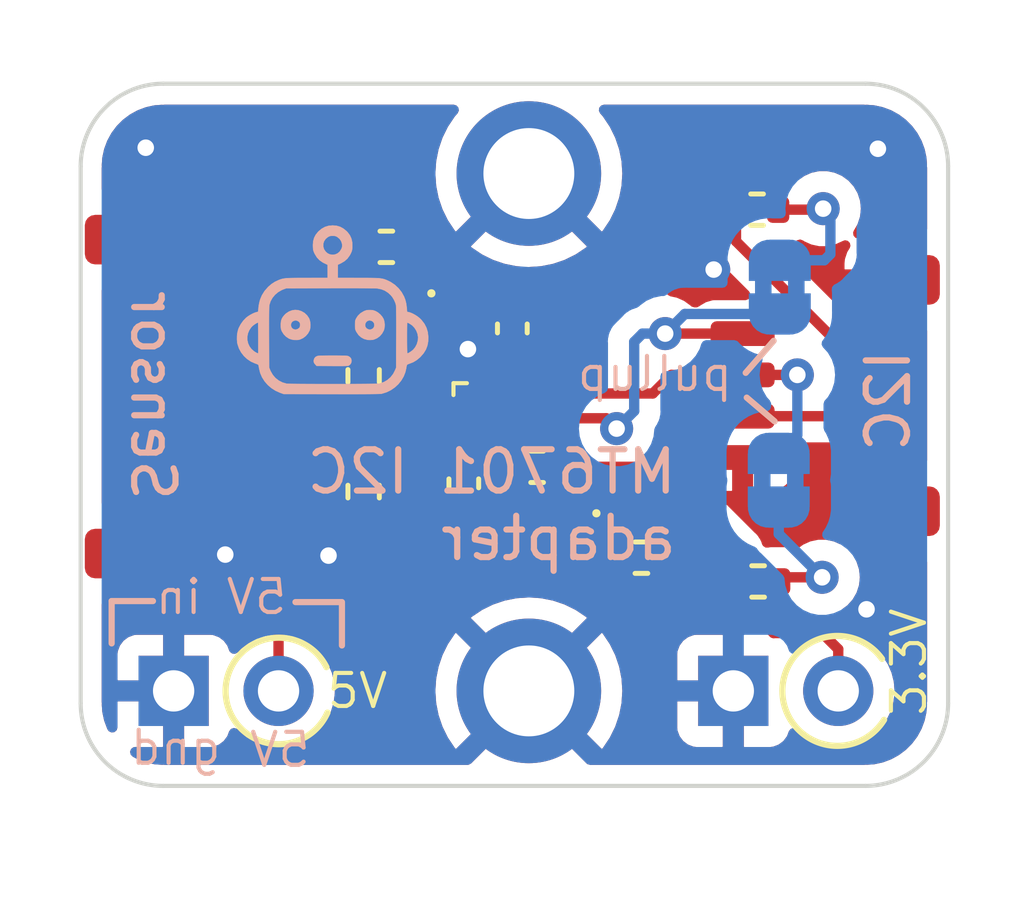
<source format=kicad_pcb>
(kicad_pcb (version 20211014) (generator pcbnew)
  (layers (0 "F.Cu" signal) (31 "B.Cu" signal) (34 "B.Paste" user) (35 "F.Paste" user) (36 "B.SilkS" user "B.Silkscreen") (37 "F.SilkS" user "F.Silkscreen") (38 "B.Mask" user) (39 "F.Mask" user) (44 "Edge.Cuts" user))
  (net 0 "")
  (net 1 "GND")
  (net 2 "VDD")
  (net 3 "VCC")
  (net 4 "Net-(D1-Pad1)")
  (net 5 "Net-(D2-Pad1)")
  (net 6 "/SDA_A")
  (net 7 "/SCL_A")
  (net 9 "/MISO")
  (net 10 "/SCK")
  (net 11 "Net-(JP1-Pad2)")
  (net 12 "Net-(JP2-Pad2)")
  (net 13 "Net-(R4-Pad2)")
  (footprint "Resistor_SMD:R_0402_1005Metric" (layer "F.Cu") (at 75.95 40.625 -90)
    (fp_text reference "R6")
    (fp_text value "2k2")
    (fp_line (start -0.153641 0.38) (end 0.153641 0.38) (layer "F.SilkS") (width 0.12))
    (fp_line (start -0.153641 -0.38) (end 0.153641 -0.38) (layer "F.SilkS") (width 0.12))
    (pad "1" smd roundrect locked (at -0.51 0 270) (size 0.54 0.64) (layers "F.Cu" "F.Paste" "F.Mask") (net 3 "VCC"))
    (pad "2" smd roundrect locked (at 0.51 0 270) (size 0.54 0.64) (layers "F.Cu" "F.Paste" "F.Mask") (net 9 "/MISO"))
  )
  (footprint "Capacitor_SMD:C_0402_1005Metric" (layer "F.Cu") (at 78.375 43.225 90)
    (fp_text reference "C2")
    (fp_text value "100nF 10V")
    (fp_line (start -0.107836 0.36) (end 0.107836 0.36) (layer "F.SilkS") (width 0.12))
    (fp_line (start -0.107836 -0.36) (end 0.107836 -0.36) (layer "F.SilkS") (width 0.12))
    (pad "1" smd roundrect locked (at -0.48 0 90) (size 0.56 0.62) (layers "F.Cu" "F.Paste" "F.Mask") (net 1 "GND"))
    (pad "2" smd roundrect locked (at 0.48 0 90) (size 0.56 0.62) (layers "F.Cu" "F.Paste" "F.Mask") (net 3 "VCC"))
  )
  (footprint "Connector_PinHeader_2.54mm:PinHeader_1x02_P2.54mm_Vertical" (layer "F.Cu") (at 84.9 48.25 90)
    (fp_text reference "J1")
    (fp_text value "3.3V in")
    (pad "1" thru_hole rect (at 0 0 90) (size 1.7 1.7) (drill 1) (layers *.Cu *.Mask) (net 1 "GND"))
    (pad "2" thru_hole oval (at 0 2.54 90) (size 1.7 1.7) (drill 1) (layers *.Cu *.Mask) (net 2 "VDD"))
  )
  (footprint "runger:SOT833-1 (XSON8)" (layer "F.Cu") (at 79.1 41.35)
    (fp_text reference "U1")
    (fp_text value "NXB0102GTX")
    (fp_rect (start -0.975 -0.55) (end -0.65 -0.55) (layer "F.SilkS") (width 0.1) (fill none))
    (fp_rect (start -0.975 -0.2625) (end -0.975 -0.55) (layer "F.SilkS") (width 0.1) (fill none))
    (pad "1" smd rect (at -0.75 -0.3) (size 0.21 0.31) (layers "F.Cu" "F.Paste" "F.Mask") (net 9 "/MISO"))
    (pad "2" smd rect (at -0.25 -0.3) (size 0.21 0.31) (layers "F.Cu" "F.Paste" "F.Mask") (net 1 "GND"))
    (pad "3" smd rect (at 0.25 -0.3) (size 0.21 0.31) (layers "F.Cu" "F.Paste" "F.Mask") (net 2 "VDD"))
    (pad "4" smd rect (at 0.75 -0.3) (size 0.21 0.31) (layers "F.Cu" "F.Paste" "F.Mask") (net 6 "/SDA_A"))
    (pad "5" smd rect (at 0.75 0.3) (size 0.21 0.31) (layers "F.Cu" "F.Paste" "F.Mask") (net 7 "/SCL_A"))
    (pad "6" smd rect (at 0.25 0.3) (size 0.21 0.31) (layers "F.Cu" "F.Paste" "F.Mask") (net 13 "Net-(R4-Pad2)"))
    (pad "7" smd rect (at -0.25 0.3) (size 0.21 0.31) (layers "F.Cu" "F.Paste" "F.Mask") (net 3 "VCC"))
    (pad "8" smd rect (at -0.75 0.3) (size 0.21 0.31) (layers "F.Cu" "F.Paste" "F.Mask") (net 10 "/SCK"))
  )
  (footprint "Connector_JST:JST_SH_SM04B-SRSS-TB_1x04-1MP_P1.00mm_Horizontal" (layer "F.Cu") (at 87.125 41.1 90)
    (fp_text reference "J2")
    (fp_text value "JST_SH_SM04B")
    (pad "1" smd roundrect (at -1.5 -2 90) (size 0.6 1.55) (layers "F.Cu" "F.Paste" "F.Mask") (net 1 "GND"))
    (pad "2" smd roundrect (at -0.5 -2 90) (size 0.6 1.55) (layers "F.Cu" "F.Paste" "F.Mask") (net 2 "VDD"))
    (pad "3" smd roundrect (at 0.5 -2 90) (size 0.6 1.55) (layers "F.Cu" "F.Paste" "F.Mask") (net 6 "/SDA_A"))
    (pad "4" smd roundrect (at 1.5 -2 90) (size 0.6 1.55) (layers "F.Cu" "F.Paste" "F.Mask") (net 7 "/SCL_A"))
    (pad "MP" smd roundrect (at 2.8 1.875 90) (size 1.2 1.8) (layers "F.Cu" "F.Paste" "F.Mask") (roundrect_rratio 0.2083333333) (net 1 "GND"))
    (pad "MP" smd roundrect (at -2.8 1.875 90) (size 1.2 1.8) (layers "F.Cu" "F.Paste" "F.Mask") (roundrect_rratio 0.2083333333) (net 1 "GND"))
  )
  (footprint "Resistor_SMD:R_0402_1005Metric" (layer "F.Cu") (at 75.95 43.425 90)
    (fp_text reference "R7")
    (fp_text value "2k2")
    (fp_line (start -0.153641 -0.38) (end 0.153641 -0.38) (layer "F.SilkS") (width 0.12))
    (fp_line (start -0.153641 0.38) (end 0.153641 0.38) (layer "F.SilkS") (width 0.12))
    (pad "1" smd roundrect locked (at -0.51 0 90) (size 0.54 0.64) (layers "F.Cu" "F.Paste" "F.Mask") (net 3 "VCC"))
    (pad "2" smd roundrect locked (at 0.51 0 90) (size 0.54 0.64) (layers "F.Cu" "F.Paste" "F.Mask") (net 10 "/SCK"))
  )
  (footprint "Connector_JST:JST_SH_SM06B-SRSS-TB_1x06-1MP_P1.00mm_Horizontal" (layer "F.Cu") (at 71.975 41.125 -90)
    (fp_text reference "J4")
    (fp_text value "Conn_01x06_MountingPin")
    (pad "1" smd roundrect (at -2.5 -2 270) (size 0.6 1.55) (layers "F.Cu" "F.Paste" "F.Mask") (net 1 "GND"))
    (pad "2" smd roundrect (at -1.5 -2 270) (size 0.6 1.55) (layers "F.Cu" "F.Paste" "F.Mask") (net 3 "VCC"))
    (pad "3" smd roundrect (at -0.5 -2 270) (size 0.6 1.55) (layers "F.Cu" "F.Paste" "F.Mask"))
    (pad "4" smd roundrect (at 0.5 -2 270) (size 0.6 1.55) (layers "F.Cu" "F.Paste" "F.Mask") (net 9 "/MISO"))
    (pad "5" smd roundrect (at 1.5 -2 270) (size 0.6 1.55) (layers "F.Cu" "F.Paste" "F.Mask") (net 10 "/SCK"))
    (pad "6" smd roundrect (at 2.5 -2 270) (size 0.6 1.55) (layers "F.Cu" "F.Paste" "F.Mask") (net 3 "VCC"))
    (pad "MP" smd roundrect (at 3.8 1.875 270) (size 1.2 1.8) (layers "F.Cu" "F.Paste" "F.Mask") (roundrect_rratio 0.2083333333) (net 1 "GND"))
    (pad "MP" smd roundrect (at -3.8 1.875 270) (size 1.2 1.8) (layers "F.Cu" "F.Paste" "F.Mask") (roundrect_rratio 0.2083333333) (net 1 "GND"))
  )
  (footprint "LED_SMD:LED_0402_1005Metric" (layer "F.Cu") (at 82.675 43.95)
    (fp_text reference "D1")
    (fp_text value "green")
    (fp_circle (center -1.09 0) (end -1.04 0) (layer "F.SilkS") (width 0.1) (fill none))
    (pad "1" smd roundrect locked (at -0.485 0) (size 0.59 0.64) (layers "F.Cu" "F.Paste" "F.Mask") (net 4 "Net-(D1-Pad1)"))
    (pad "2" smd roundrect locked (at 0.485 0) (size 0.59 0.64) (layers "F.Cu" "F.Paste" "F.Mask") (net 2 "VDD"))
  )
  (footprint "Resistor_SMD:R_0402_1005Metric" (layer "F.Cu") (at 85.5 45.6)
    (fp_text reference "R2")
    (fp_text value "2k2")
    (fp_line (start -0.153641 0.38) (end 0.153641 0.38) (layer "F.SilkS") (width 0.12))
    (fp_line (start -0.153641 -0.38) (end 0.153641 -0.38) (layer "F.SilkS") (width 0.12))
    (pad "1" smd roundrect locked (at -0.51 0) (size 0.54 0.64) (layers "F.Cu" "F.Paste" "F.Mask") (net 2 "VDD"))
    (pad "2" smd roundrect locked (at 0.51 0) (size 0.54 0.64) (layers "F.Cu" "F.Paste" "F.Mask") (net 12 "Net-(JP2-Pad2)"))
  )
  (footprint "Resistor_SMD:R_0402_1005Metric" (layer "F.Cu") (at 76.5 37.5 180)
    (fp_text reference "R5")
    (fp_text value "2k2")
    (fp_line (start -0.153641 0.38) (end 0.153641 0.38) (layer "F.SilkS") (width 0.12))
    (fp_line (start -0.153641 -0.38) (end 0.153641 -0.38) (layer "F.SilkS") (width 0.12))
    (pad "1" smd roundrect locked (at -0.51 0 180) (size 0.54 0.64) (layers "F.Cu" "F.Paste" "F.Mask") (net 5 "Net-(D2-Pad1)"))
    (pad "2" smd roundrect locked (at 0.51 0 180) (size 0.54 0.64) (layers "F.Cu" "F.Paste" "F.Mask") (net 1 "GND"))
  )
  (footprint "Resistor_SMD:R_0402_1005Metric" (layer "F.Cu") (at 80.15 42.825 180)
    (fp_text reference "R4")
    (fp_text value "4k7")
    (fp_line (start -0.153641 -0.38) (end 0.153641 -0.38) (layer "F.SilkS") (width 0.12))
    (fp_line (start -0.153641 0.38) (end 0.153641 0.38) (layer "F.SilkS") (width 0.12))
    (pad "1" smd roundrect locked (at -0.51 0 180) (size 0.54 0.64) (layers "F.Cu" "F.Paste" "F.Mask") (net 2 "VDD"))
    (pad "2" smd roundrect locked (at 0.51 0 180) (size 0.54 0.64) (layers "F.Cu" "F.Paste" "F.Mask") (net 13 "Net-(R4-Pad2)"))
  )
  (footprint "MountingHole:MountingHole_2.2mm_M2_ISO7380_Pad" (layer "F.Cu") (at 79.95 48.25)
    (fp_text reference "H1")
    (fp_text value "MountingHole_Pad")
    (pad "1" thru_hole circle locked (at 0 0) (size 3.5 3.5) (drill 2.2) (layers *.Cu *.Mask) (net 1 "GND"))
  )
  (footprint "Connector_PinHeader_2.54mm:PinHeader_1x02_P2.54mm_Vertical" (layer "F.Cu") (at 71.35 48.25 90)
    (fp_text reference "J3")
    (fp_text value "5V in")
    (pad "1" thru_hole rect (at 0 0 90) (size 1.7 1.7) (drill 1) (layers *.Cu *.Mask) (net 1 "GND"))
    (pad "2" thru_hole oval (at 0 2.54 90) (size 1.7 1.7) (drill 1) (layers *.Cu *.Mask) (net 3 "VCC"))
  )
  (footprint "Resistor_SMD:R_0402_1005Metric" (layer "F.Cu") (at 85.475 36.6)
    (fp_text reference "R1")
    (fp_text value "2k2")
    (fp_line (start -0.153641 0.38) (end 0.153641 0.38) (layer "F.SilkS") (width 0.12))
    (fp_line (start -0.153641 -0.38) (end 0.153641 -0.38) (layer "F.SilkS") (width 0.12))
    (pad "1" smd roundrect locked (at -0.51 0) (size 0.54 0.64) (layers "F.Cu" "F.Paste" "F.Mask") (net 2 "VDD"))
    (pad "2" smd roundrect locked (at 0.51 0) (size 0.54 0.64) (layers "F.Cu" "F.Paste" "F.Mask") (net 11 "Net-(JP1-Pad2)"))
  )
  (footprint "Capacitor_SMD:C_0402_1005Metric" (layer "F.Cu") (at 79.55 39.475 -90)
    (fp_text reference "C1")
    (fp_text value "100nF 10V")
    (fp_line (start -0.107836 -0.36) (end 0.107836 -0.36) (layer "F.SilkS") (width 0.12))
    (fp_line (start -0.107836 0.36) (end 0.107836 0.36) (layer "F.SilkS") (width 0.12))
    (pad "1" smd roundrect locked (at -0.48 0 270) (size 0.56 0.62) (layers "F.Cu" "F.Paste" "F.Mask") (net 1 "GND"))
    (pad "2" smd roundrect locked (at 0.48 0 270) (size 0.56 0.62) (layers "F.Cu" "F.Paste" "F.Mask") (net 2 "VDD"))
  )
  (footprint "MountingHole:MountingHole_2.2mm_M2_ISO7380_Pad" (layer "F.Cu") (at 79.95 35.725)
    (fp_text reference "H2")
    (fp_text value "MountingHole_Pad")
    (pad "1" thru_hole circle locked (at 0 0) (size 3.5 3.5) (drill 2.2) (layers *.Cu *.Mask) (net 1 "GND"))
  )
  (footprint "Resistor_SMD:R_0402_1005Metric" (layer "F.Cu") (at 82.675 45.025)
    (fp_text reference "R3")
    (fp_text value "2k2")
    (fp_line (start -0.153641 -0.38) (end 0.153641 -0.38) (layer "F.SilkS") (width 0.12))
    (fp_line (start -0.153641 0.38) (end 0.153641 0.38) (layer "F.SilkS") (width 0.12))
    (pad "1" smd roundrect locked (at -0.51 0) (size 0.54 0.64) (layers "F.Cu" "F.Paste" "F.Mask") (net 4 "Net-(D1-Pad1)"))
    (pad "2" smd roundrect locked (at 0.51 0) (size 0.54 0.64) (layers "F.Cu" "F.Paste" "F.Mask") (net 1 "GND"))
  )
  (footprint "LED_SMD:LED_0402_1005Metric" (layer "F.Cu") (at 76.5 38.625 180)
    (fp_text reference "D2")
    (fp_text value "green")
    (fp_circle (center -1.09 0) (end -1.04 0) (layer "F.SilkS") (width 0.1) (fill none))
    (pad "1" smd roundrect locked (at -0.485 0 180) (size 0.59 0.64) (layers "F.Cu" "F.Paste" "F.Mask") (net 5 "Net-(D2-Pad1)"))
    (pad "2" smd roundrect locked (at 0.485 0 180) (size 0.59 0.64) (layers "F.Cu" "F.Paste" "F.Mask") (net 3 "VCC"))
  )
  (footprint "Jumper:SolderJumper-2_P1.3mm_Bridged2Bar_RoundedPad1.0x1.5mm" (layer "B.Cu") (at 86.025 38.475 90)
    (fp_text reference "JP1")
    (fp_text value "JP")
    (fp_poly (pts (xy -0.25 0.6) (xy 0.25 0.6) (xy 0.25 0.2) (xy -0.25 0.2)) (layer "B.Cu") (width 0) (fill solid))
    (fp_poly (pts (xy -0.25 -0.2) (xy 0.25 -0.2) (xy 0.25 -0.6) (xy -0.25 -0.6)) (layer "B.Cu") (width 0) (fill solid))
    (pad "1" smd custom (at -0.65 0 90) (size 1 0.5) (layers "B.Cu" "B.Mask") (net 7 "/SCL_A") (options (clearance outline) (anchor rect)) (primitives (gr_circle (center 0 -0.25) (end 0.5 -0.25) (width 0) (fill yes)) (gr_circle (center 0 0.25) (end 0.5 0.25) (width 0) (fill yes)) (gr_poly (pts (xy 0.5 0.75) (xy 0 0.75) (xy 0 -0.75) (xy 0.5 -0.75)) (width 0) (fill yes))))
    (pad "2" smd custom (at 0.65 0 90) (size 1 0.5) (layers "B.Cu" "B.Mask") (net 11 "Net-(JP1-Pad2)") (options (clearance outline) (anchor rect)) (primitives (gr_circle (center 0 -0.25) (end 0.5 -0.25) (width 0) (fill yes)) (gr_circle (center 0 0.25) (end 0.5 0.25) (width 0) (fill yes)) (gr_poly (pts (xy 0 0.75) (xy -0.5 0.75) (xy -0.5 -0.75) (xy 0 -0.75)) (width 0) (fill yes))))
  )
  (footprint "Jumper:SolderJumper-2_P1.3mm_Bridged2Bar_RoundedPad1.0x1.5mm" (layer "B.Cu") (at 86 43.15 -90)
    (fp_text reference "JP2")
    (fp_text value "JP")
    (fp_poly (pts (xy -0.25 0.6) (xy 0.25 0.6) (xy 0.25 0.2) (xy -0.25 0.2)) (layer "B.Cu") (width 0) (fill solid))
    (fp_poly (pts (xy -0.25 -0.2) (xy 0.25 -0.2) (xy 0.25 -0.6) (xy -0.25 -0.6)) (layer "B.Cu") (width 0) (fill solid))
    (pad "1" smd custom (at -0.65 0 270) (size 1 0.5) (layers "B.Cu" "B.Mask") (net 6 "/SDA_A") (options (clearance outline) (anchor rect)) (primitives (gr_circle (center 0 -0.25) (end 0.5 -0.25) (width 0) (fill yes)) (gr_circle (center 0 0.25) (end 0.5 0.25) (width 0) (fill yes)) (gr_poly (pts (xy 0.5 0.75) (xy 0 0.75) (xy 0 -0.75) (xy 0.5 -0.75)) (width 0) (fill yes))))
    (pad "2" smd custom (at 0.65 0 270) (size 1 0.5) (layers "B.Cu" "B.Mask") (net 12 "Net-(JP2-Pad2)") (options (clearance outline) (anchor rect)) (primitives (gr_circle (center 0 -0.25) (end 0.5 -0.25) (width 0) (fill yes)) (gr_circle (center 0 0.25) (end 0.5 0.25) (width 0) (fill yes)) (gr_poly (pts (xy 0 0.75) (xy -0.5 0.75) (xy -0.5 -0.75) (xy 0 -0.75)) (width 0) (fill yes))))
  )
  (footprint "runger:Robo_logo2" (layer "B.Cu") (at 75.2 39.025 180)
    (fp_text reference "L1" hide)
    (fp_text value "Robo_Logo" hide)
    (fp_poly (pts (xy 0.109648 -1.108074) (xy 0.181977 -1.108995) (xy 0.246828 -1.110394) (xy 0.301111 -1.112273) (xy 0.34174 -1.11463) (xy 0.365625 -1.117466) (xy 0.367646 -1.117953) (xy 0.411414 -1.139753) (xy 0.441917 -1.175255) (xy 0.456393 -1.220837) (xy 0.4572 -1.235368) (xy 0.454299 -1.267576) (xy 0.442839 -1.293313) (xy 0.42243 -1.318409) (xy 0.38766 -1.35636) (xy 0.01349 -1.358862) (xy -0.086109 -1.359423) (xy -0.167411 -1.359599) (xy -0.232438 -1.359326) (xy -0.283212 -1.35854) (xy -0.321753 -1.357174) (xy -0.350083 -1.355164) (xy -0.370224 -1.352446) (xy -0.384195 -1.348955) (xy -0.391682 -1.34587) (xy -0.427256 -1.31781) (xy -0.449564 -1.279059) (xy -0.457458 -1.23505) (xy -0.449786 -1.191222) (xy -0.431147 -1.159316) (xy -0.403631 -1.135638) (xy -0.3711 -1.119007) (xy -0.367647 -1.117953) (xy -0.34666 -1.115042) (xy -0.308447 -1.11261) (xy -0.256096 -1.110656) (xy -0.192694 -1.109182) (xy -0.121331 -1.108186) (xy -0.045094 -1.10767) (xy 0.032928 -1.107633) (xy 0.109648 -1.108074)) (layer "B.SilkS") (width 0.01) (fill solid))
    (fp_poly (pts (xy 0.986438 -0.014923) (xy 1.060362 -0.044017) (xy 1.127592 -0.088719) (xy 1.161498 -0.120766) (xy 1.203048 -0.170304) (xy 1.230682 -0.217184) (xy 1.246804 -0.267721) (xy 1.253812 -0.328229) (xy 1.254653 -0.36576) (xy 1.253911 -0.414946) (xy 1.250751 -0.450757) (xy 1.243964 -0.480101) (xy 1.232341 -0.509888) (xy 1.22763 -0.520156) (xy 1.185181 -0.58825) (xy 1.127574 -0.647261) (xy 1.059504 -0.692457) (xy 1.054096 -0.695163) (xy 0.994477 -0.716172) (xy 0.926104 -0.727373) (xy 0.857164 -0.728111) (xy 0.795845 -0.717726) (xy 0.79116 -0.716282) (xy 0.717714 -0.682449) (xy 0.651949 -0.632363) (xy 0.597684 -0.569722) (xy 0.558734 -0.498223) (xy 0.55447 -0.487022) (xy 0.541188 -0.427663) (xy 0.538719 -0.364108) (xy 0.7874 -0.364108) (xy 0.790132 -0.400703) (xy 0.800213 -0.426279) (xy 0.81224 -0.441364) (xy 0.849739 -0.468228) (xy 0.893251 -0.479195) (xy 0.93707 -0.473905) (xy 0.975492 -0.451998) (xy 0.975831 -0.451693) (xy 1.001822 -0.416117) (xy 1.012073 -0.374572) (xy 1.007006 -0.33252) (xy 0.987043 -0.295425) (xy 0.962106 -0.273872) (xy 0.915745 -0.255793) (xy 0.870018 -0.257052) (xy 0.828082 -0.277431) (xy 0.82058 -0.283646) (xy 0.800035 -0.304795) (xy 0.79026 -0.325783) (xy 0.787457 -0.355817) (xy 0.7874 -0.364108) (xy 0.538719 -0.364108) (xy 0.53853 -0.359264) (xy 0.545973 -0.289777) (xy 0.562998 -0.227152) (xy 0.572955 -0.204665) (xy 0.620513 -0.133516) (xy 0.682451 -0.076017) (xy 0.756986 -0.033504) (xy 0.834304 -0.008956) (xy 0.90977 -0.002786) (xy 0.986438 -0.014923)) (layer "B.SilkS") (width 0.01) (fill solid))
    (fp_poly (pts (xy -0.852964 -0.006741) (xy -0.817725 -0.011646) (xy -0.784163 -0.022321) (xy -0.750304 -0.037274) (xy -0.673759 -0.083754) (xy -0.612127 -0.14399) (xy -0.571847 -0.205393) (xy -0.558897 -0.231799) (xy -0.55062 -0.255572) (xy -0.54599 -0.282534) (xy -0.54398 -0.318509) (xy -0.54356 -0.36576) (xy -0.54392 -0.414476) (xy -0.545819 -0.448904) (xy -0.550486 -0.475073) (xy -0.559149 -0.499011) (xy -0.573038 -0.526749) (xy -0.578408 -0.536712) (xy -0.627833 -0.608228) (xy -0.689348 -0.664085) (xy -0.761289 -0.703224) (xy -0.841998 -0.724585) (xy -0.878285 -0.728009) (xy -0.922977 -0.727777) (xy -0.96726 -0.723815) (xy -0.996902 -0.718102) (xy -1.071873 -0.6867) (xy -1.138466 -0.638469) (xy -1.193765 -0.576147) (xy -1.234861 -0.502475) (xy -1.240146 -0.489229) (xy -1.254921 -0.428174) (xy -1.257529 -0.379922) (xy -1.011775 -0.379922) (xy -1.000461 -0.419396) (xy -0.976344 -0.450614) (xy -0.942976 -0.471496) (xy -0.903905 -0.479966) (xy -0.862681 -0.473947) (xy -0.822855 -0.45136) (xy -0.816409 -0.445657) (xy -0.792327 -0.410916) (xy -0.784475 -0.37133) (xy -0.79105 -0.331419) (xy -0.810248 -0.295701) (xy -0.840265 -0.268694) (xy -0.879298 -0.254916) (xy -0.892911 -0.254037) (xy -0.940383 -0.262888) (xy -0.978565 -0.287515) (xy -1.003588 -0.325192) (xy -1.006738 -0.334267) (xy -1.011775 -0.379922) (xy -1.257529 -0.379922) (xy -1.258686 -0.358539) (xy -1.251704 -0.288652) (xy -1.234236 -0.226841) (xy -1.231721 -0.220972) (xy -1.197754 -0.164248) (xy -1.14968 -0.109757) (xy -1.093386 -0.063333) (xy -1.04366 -0.034658) (xy -1.004496 -0.018692) (xy -0.969085 -0.009806) (xy -0.928075 -0.006124) (xy -0.89916 -0.005634) (xy -0.852964 -0.006741)) (layer "B.SilkS") (width 0.01) (fill solid))
    (fp_poly (pts (xy 0.097813 2.033273) (xy 0.186492 2.006246) (xy 0.268214 1.96053) (xy 0.34422 1.895576) (xy 0.353277 1.886187) (xy 0.40812 1.817965) (xy 0.44613 1.745631) (xy 0.4685 1.665749) (xy 0.476428 1.574883) (xy 0.475802 1.534168) (xy 0.473144 1.485324) (xy 0.468585 1.449197) (xy 0.460295 1.418185) (xy 0.446443 1.384687) (xy 0.433155 1.3571) (xy 0.38195 1.273063) (xy 0.318455 1.204615) (xy 0.240771 1.149882) (xy 0.203514 1.13056) (xy 0.122471 1.0922) (xy 0.122195 0.93218) (xy 0.12192 0.77216) (xy 0.61722 0.771984) (xy 0.739095 0.77186) (xy 0.842638 0.771477) (xy 0.929835 0.770681) (xy 1.002672 0.769317) (xy 1.063137 0.767231) (xy 1.113215 0.764267) (xy 1.154894 0.760272) (xy 1.19016 0.755089) (xy 1.221001 0.748566) (xy 1.249402 0.740546) (xy 1.277351 0.730876) (xy 1.306834 0.719399) (xy 1.310281 0.71801) (xy 1.397129 0.677159) (xy 1.47441 0.627391) (xy 1.549244 0.563975) (xy 1.565153 0.54864) (xy 1.64756 0.454337) (xy 1.711593 0.351364) (xy 1.751969 0.255855) (xy 1.769983 0.192551) (xy 1.784764 0.121009) (xy 1.794734 0.05026) (xy 1.79832 -0.009764) (xy 1.799879 -0.035382) (xy 1.808524 -0.047841) (xy 1.830203 -0.05427) (xy 1.83642 -0.055422) (xy 1.883138 -0.069054) (xy 1.938766 -0.093237) (xy 1.997289 -0.12473) (xy 2.052698 -0.160289) (xy 2.098981 -0.196672) (xy 2.100044 -0.197632) (xy 2.166196 -0.267786) (xy 2.224251 -0.349103) (xy 2.269513 -0.43461) (xy 2.283777 -0.47065) (xy 2.302854 -0.544344) (xy 2.313502 -0.62867) (xy 2.315313 -0.715594) (xy 2.307882 -0.797078) (xy 2.301839 -0.82804) (xy 2.267383 -0.931737) (xy 2.21538 -1.028275) (xy 2.148023 -1.115306) (xy 2.067506 -1.190481) (xy 1.976023 -1.251453) (xy 1.875768 -1.295873) (xy 1.859849 -1.301043) (xy 1.828188 -1.312774) (xy 1.805002 -1.324939) (xy 1.797128 -1.332267) (xy 1.792292 -1.348767) (xy 1.786004 -1.37906) (xy 1.779571 -1.416808) (xy 1.779154 -1.419531) (xy 1.752587 -1.528373) (xy 1.707662 -1.632248) (xy 1.646122 -1.729159) (xy 1.569712 -1.817109) (xy 1.480174 -1.8941) (xy 1.379254 -1.958136) (xy 1.268694 -2.007217) (xy 1.26492 -2.008553) (xy 1.18364 -2.03708) (xy 0.0254 -2.038938) (xy -0.160295 -2.039194) (xy -0.326694 -2.039328) (xy -0.474822 -2.03933) (xy -0.605704 -2.039191) (xy -0.720364 -2.0389) (xy -0.819827 -2.038449) (xy -0.905117 -2.037826) (xy -0.977259 -2.037023) (xy -1.037276 -2.036031) (xy -1.086194 -2.034838) (xy -1.125037 -2.033435) (xy -1.15483 -2.031814) (xy -1.176596 -2.029963) (xy -1.191361 -2.027873) (xy -1.1938 -2.027374) (xy -1.304486 -1.993291) (xy -1.408518 -1.942326) (xy -1.503918 -1.876537) (xy -1.588705 -1.797979) (xy -1.660899 -1.708708) (xy -1.718521 -1.610779) (xy -1.75959 -1.50625) (xy -1.779155 -1.419531) (xy -1.78555 -1.381502) (xy -1.79189 -1.35049) (xy -1.796869 -1.332833) (xy -1.797129 -1.332267) (xy -1.810012 -1.321823) (xy -1.836099 -1.309459) (xy -1.85985 -1.301043) (xy -1.949042 -1.26608) (xy -2.030205 -1.217852) (xy -2.108185 -1.153335) (xy -2.128746 -1.13331) (xy -2.202097 -1.048655) (xy -2.25641 -0.959996) (xy -2.292558 -0.865054) (xy -2.311415 -0.76155) (xy -2.313737 -0.661106) (xy -2.069701 -0.661106) (xy -2.064993 -0.741119) (xy -2.064803 -0.742151) (xy -2.039303 -0.831107) (xy -1.998459 -0.908416) (xy -1.952029 -0.963925) (xy -1.920202 -0.991581) (xy -1.88405 -1.017948) (xy -1.848823 -1.039695) (xy -1.819771 -1.05349) (xy -1.80594 -1.056631) (xy -1.804215 -1.046846) (xy -1.802626 -1.018977) (xy -1.801219 -0.975261) (xy -1.80004 -0.917932) (xy -1.799134 -0.849229) (xy -1.798546 -0.771386) (xy -1.798321 -0.68664) (xy -1.79832 -0.68072) (xy -1.798462 -0.595587) (xy -1.798863 -0.517207) (xy -1.799493 -0.447814) (xy -1.80032 -0.389645) (xy -1.800338 -0.388824) (xy -1.54274 -0.388824) (xy -1.542529 -0.535018) (xy -1.542104 -0.666108) (xy -1.53924 -1.397) (xy -1.515308 -1.456336) (xy -1.467107 -1.550437) (xy -1.404381 -1.631517) (xy -1.328757 -1.698202) (xy -1.241861 -1.749117) (xy -1.14532 -1.782889) (xy -1.12268 -1.787936) (xy -1.10573 -1.789301) (xy -1.070106 -1.790558) (xy -1.017456 -1.791708) (xy -0.949427 -1.792749) (xy -0.867665 -1.793681) (xy -0.773818 -1.794502) (xy -0.669531 -1.795214) (xy -0.556453 -1.795814) (xy -0.436228 -1.796302) (xy -0.310505 -1.796677) (xy -0.180931 -1.79694) (xy -0.049151 -1.797088) (xy 0.083187 -1.797122) (xy 0.214437 -1.797041) (xy 0.342951 -1.796844) (xy 0.467084 -1.79653) (xy 0.585187 -1.796099) (xy 0.695615 -1.79555) (xy 0.796721 -1.794883) (xy 0.886857 -1.794096) (xy 0.964377 -1.793189) (xy 1.027635 -1.792162) (xy 1.074983 -1.791014) (xy 1.104775 -1.789744) (xy 1.114014 -1.788839) (xy 1.21477 -1.759864) (xy 1.305507 -1.713636) (xy 1.384854 -1.651291) (xy 1.451441 -1.573965) (xy 1.503899 -1.482793) (xy 1.515307 -1.456336) (xy 1.53924 -1.397) (xy 1.542068 -0.674918) (xy 1.79832 -0.674918) (xy 1.79832 -1.058009) (xy 1.82118 -1.051365) (xy 1.841503 -1.042282) (xy 1.871333 -1.025356) (xy 1.898977 -1.007702) (xy 1.964323 -0.952274) (xy 2.014104 -0.88628) (xy 2.048092 -0.812482) (xy 2.06606 -0.733646) (xy 2.06778 -0.652533) (xy 2.053025 -0.571909) (xy 2.021565 -0.494536) (xy 1.973174 -0.423177) (xy 1.949301 -0.397211) (xy 1.923071 -0.374374) (xy 1.890114 -0.35027) (xy 1.855868 -0.328353) (xy 1.82577 -0.312075) (xy 1.80526 -0.304887) (xy 1.803737 -0.3048) (xy 1.802511 -0.314587) (xy 1.801383 -0.34246) (xy 1.800383 -0.386185) (xy 1.799545 -0.443528) (xy 1.7989 -0.512253) (xy 1.798481 -0.590128) (xy 1.79832 -0.674918) (xy 1.542068 -0.674918) (xy 1.542103 -0.666108) (xy 1.542599 -0.497897) (xy 1.54269 -0.349966) (xy 1.542376 -0.22228) (xy 1.541655 -0.114804) (xy 1.540528 -0.027501) (xy 1.538994 0.039662) (xy 1.537053 0.086723) (xy 1.534705 0.113716) (xy 1.534153 0.116872) (xy 1.505381 0.206853) (xy 1.458852 0.290619) (xy 1.396771 0.365731) (xy 1.321347 0.429749) (xy 1.234787 0.480235) (xy 1.187567 0.499805) (xy 1.12268 0.52324) (xy 0.06096 0.52619) (xy -0.121935 0.526594) (xy -0.291295 0.526757) (xy -0.446409 0.526683) (xy -0.586564 0.526377) (xy -0.71105 0.525842) (xy -0.819155 0.525084) (xy -0.910166 0.524108) (xy -0.983372 0.522917) (xy -1.038061 0.521516) (xy -1.073521 0.519909) (xy -1.084301 0.518973) (xy -1.179842 0.499897) (xy -1.264409 0.466246) (xy -1.342058 0.415999) (xy -1.405094 0.359298) (xy -1.448956 0.305335) (xy -1.488414 0.239423) (xy -1.518989 0.169931) (xy -1.533737 0.11888) (xy -1.536183 0.098098) (xy -1.538233 0.060901) (xy -1.539893 0.006788) (xy -1.541168 -0.06474) (xy -1.542064 -0.154185) (xy -1.542586 -0.262046) (xy -1.54274 -0.388824) (xy -1.800338 -0.388824) (xy -1.80131 -0.344937) (xy -1.802432 -0.315925) (xy -1.803653 -0.304846) (xy -1.803738 -0.3048) (xy -1.815097 -0.30903) (xy -1.838533 -0.319909) (xy -1.858339 -0.329722) (xy -1.925864 -0.37472) (xy -1.982583 -0.433994) (xy -2.026675 -0.503907) (xy -2.056322 -0.580823) (xy -2.069701 -0.661106) (xy -2.313737 -0.661106) (xy -2.313989 -0.65024) (xy -2.300325 -0.536454) (xy -2.269047 -0.432407) (xy -2.219626 -0.336961) (xy -2.151529 -0.248981) (xy -2.104251 -0.201827) (xy -2.055759 -0.162847) (xy -1.998681 -0.125465) (xy -1.938894 -0.092906) (xy -1.882278 -0.068396) (xy -1.837853 -0.055691) (xy -1.801186 -0.049076) (xy -1.794474 0.038236) (xy -1.781416 0.144723) (xy -1.758995 0.238269) (xy -1.727587 0.320816) (xy -1.668331 0.427322) (xy -1.592792 0.523024) (xy -1.502942 0.606046) (xy -1.400753 0.674511) (xy -1.310282 0.71801) (xy -1.280506 0.729696) (xy -1.252485 0.739559) (xy -1.224232 0.747754) (xy -1.19376 0.754436) (xy -1.159082 0.759759) (xy -1.118211 0.763878) (xy -1.069161 0.766948) (xy -1.009945 0.769124) (xy -0.938576 0.77056) (xy -0.853068 0.771412) (xy -0.751434 0.771833) (xy -0.631687 0.771978) (xy -0.61722 0.771984) (xy -0.12192 0.77216) (xy -0.122472 1.0922) (xy -0.203515 1.13056) (xy -0.287715 1.1801) (xy -0.356929 1.242569) (xy -0.413057 1.31984) (xy -0.433156 1.3571) (xy -0.451754 1.39651) (xy -0.463563 1.428344) (xy -0.470417 1.460207) (xy -0.474144 1.499698) (xy -0.475803 1.534168) (xy -0.47547 1.54385) (xy -0.232207 1.54385) (xy -0.226704 1.511201) (xy -0.212015 1.473437) (xy -0.210775 1.470716) (xy -0.173627 1.411857) (xy -0.1245 1.368254) (xy -0.06612 1.341137) (xy -0.001214 1.331737) (xy 0.067493 1.341287) (xy 0.072558 1.342752) (xy 0.124102 1.367849) (xy 0.170263 1.408459) (xy 0.20593 1.459777) (xy 0.213119 1.474894) (xy 0.230063 1.538334) (xy 0.228163 1.602024) (xy 0.20856 1.662537) (xy 0.172395 1.716447) (xy 0.120809 1.760327) (xy 0.117368 1.762492) (xy 0.085246 1.780217) (xy 0.056158 1.789549) (xy 0.020627 1.792969) (xy 0 1.79324) (xy -0.041527 1.791671) (xy -0.072343 1.785309) (xy -0.101926 1.77167) (xy -0.117369 1.762492) (xy -0.170455 1.718251) (xy -0.208183 1.661915) (xy -0.228624 1.596556) (xy -0.230486 1.5825) (xy -0.232207 1.54385) (xy -0.47547 1.54385) (xy -0.472336 1.634808) (xy -0.452825 1.724048) (xy -0.416505 1.803885) (xy -0.362609 1.876319) (xy -0.332953 1.906526) (xy -0.257649 1.967521) (xy -0.179661 2.009557) (xy -0.095663 2.033983) (xy -0.002332 2.042152) (xy 0.000938 2.042161) (xy 0.097813 2.033273)) (layer "B.SilkS") (width 0.01) (fill solid))
  )
  (gr_line (start 85.875 39.775) (end 85.2 40.55) (layer "B.SilkS") (width 0.15))
  (gr_line (start 75.425 46.1) (end 75.425 47.15) (layer "B.SilkS") (width 0.15))
  (gr_line (start 69.85 46.075) (end 69.85 47.1) (layer "B.SilkS") (width 0.15))
  (gr_line (start 85.9 41.725) (end 85.225 41.15) (layer "B.SilkS") (width 0.15))
  (gr_line (start 74.3 46.1) (end 75.4 46.1) (layer "B.SilkS") (width 0.15))
  (gr_line (start 70.85 46.075) (end 69.85 46.075) (layer "B.SilkS") (width 0.15))
  (gr_arc (start 75.074999 48.775) (mid 72.608422 48.280771) (end 75.05 47.675) (layer "F.SilkS") (width 0.15))
  (gr_arc (start 88.55 48.95) (mid 86.088468 48.295093) (end 88.5 47.475) (layer "F.SilkS") (width 0.15))
  (gr_line (start 69.1 35.55) (end 69.1 48.55) (layer "Edge.Cuts") (width 0.1))
  (gr_arc (start 71.1 50.55) (mid 69.685786 49.964214) (end 69.1 48.55) (layer "Edge.Cuts") (width 0.1))
  (gr_line (start 90.1 48.55) (end 90.1 35.55) (layer "Edge.Cuts") (width 0.1))
  (gr_line (start 71.1 50.55) (end 88.1 50.55) (layer "Edge.Cuts") (width 0.1))
  (gr_arc (start 88.1 33.55) (mid 89.514214 34.135786) (end 90.1 35.55) (layer "Edge.Cuts") (width 0.1))
  (gr_arc (start 69.1 35.55) (mid 69.685786 34.135786) (end 71.1 33.55) (layer "Edge.Cuts") (width 0.1))
  (gr_arc (start 90.1 48.55) (mid 89.514214 49.964214) (end 88.1 50.55) (layer "Edge.Cuts") (width 0.1))
  (gr_line (start 88.1 33.55) (end 71.1 33.55) (layer "Edge.Cuts") (width 0.1))
  (gr_text "5V in" (at 72.5 45.975) (layer "B.SilkS") (effects (font (size 0.8 0.8) (thickness 0.1)) (justify mirror)))
  (gr_text "Sensor" (at 70.85 41.1 -90) (layer "B.SilkS") (effects (font (size 1 1)) (justify mirror)))
  (gr_text "I2C" (at 88.65 41.225 90) (layer "B.SilkS") (effects (font (size 1 1)) (justify mirror)))
  (gr_text "5V" (at 73.925 49.675) (layer "B.SilkS") (effects (font (size 0.8 0.8) (thickness 0.1)) (justify mirror)))
  (gr_text "gnd" (at 71.4 49.625) (layer "B.SilkS") (effects (font (size 0.8 0.8) (thickness 0.1)) (justify mirror)))
  (gr_text "MT6701 I2C\nadapter" (at 83.6 43.75) (layer "B.SilkS") (effects (font (size 1 1)) (justify left mirror)))
  (gr_text "pullup" (at 83 40.575) (layer "B.SilkS") (effects (font (size 0.8 0.8) (thickness 0.1)) (justify mirror)))
  (gr_text "5V" (at 75.8 48.25) (layer "F.SilkS") (effects (font (size 0.8 0.8) (thickness 0.1))))
  (gr_text "3.3V" (at 89.15 47.55 90) (layer "F.SilkS") (effects (font (size 0.8 0.8) (thickness 0.1))))
  (segment (start 78.85 40.35) (end 78.475 39.975) (width 0.25) (layer "F.Cu") (net 1))
  (segment (start 78.85 41.05) (end 78.85 40.35) (width 0.25) (layer "F.Cu") (net 1))
  (via (at 72.6 44.95) (size 0.8) (drill 0.4) (layers "F.Cu" "B.Cu") (net 1))
  (via (at 70.675 35.1) (size 0.8) (drill 0.4) (layers "F.Cu" "B.Cu") (net 1))
  (via (at 84.425 38.05) (size 0.8) (drill 0.4) (layers "F.Cu" "B.Cu") (net 1))
  (via (at 75.1 44.975) (size 0.8) (drill 0.4) (layers "F.Cu" "B.Cu") (net 1))
  (via (at 78.475 39.975) (size 0.8) (drill 0.4) (layers "F.Cu" "B.Cu") (net 1))
  (via (at 88.125 46.275) (size 0.8) (drill 0.4) (layers "F.Cu" "B.Cu") (net 1))
  (via (at 88.4 35.125) (size 0.8) (drill 0.4) (layers "F.Cu" "B.Cu") (net 1))
  (segment (start 84.3 36.6) (end 84.965 36.6) (width 0.25) (layer "F.Cu") (net 2))
  (segment (start 83.16 42.485) (end 83.15 42.475) (width 0.25) (layer "F.Cu") (net 2))
  (segment (start 87.05 46.85) (end 87.44 47.24) (width 0.25) (layer "F.Cu") (net 2))
  (segment (start 87.6 41.3) (end 87.3 41.6) (width 0.25) (layer "F.Cu") (net 2))
  (segment (start 84.05 43.95) (end 83.16 43.95) (width 0.25) (layer "F.Cu") (net 2))
  (segment (start 83.15 42.475) (end 84.025 41.6) (width 0.25) (layer "F.Cu") (net 2))
  (segment (start 80.66 42.825) (end 82.8 42.825) (width 0.25) (layer "F.Cu") (net 2))
  (segment (start 79.55 39.955) (end 80.945 39.955) (width 0.25) (layer "F.Cu") (net 2))
  (segment (start 84.965 37.365) (end 87.6 40) (width 0.25) (layer "F.Cu") (net 2))
  (segment (start 80.945 39.955) (end 84.3 36.6) (width 0.25) (layer "F.Cu") (net 2))
  (segment (start 87.6 40) (end 87.6 41.3) (width 0.25) (layer "F.Cu") (net 2))
  (segment (start 82.8 42.825) (end 83.15 42.475) (width 0.25) (layer "F.Cu") (net 2))
  (segment (start 79.55 39.955) (end 79.35 40.155) (width 0.25) (layer "F.Cu") (net 2))
  (segment (start 84.99 45.6) (end 84.99 44.89) (width 0.25) (layer "F.Cu") (net 2))
  (segment (start 84.025 41.6) (end 85.125 41.6) (width 0.25) (layer "F.Cu") (net 2))
  (segment (start 84.99 45.6) (end 84.99 45.965) (width 0.25) (layer "F.Cu") (net 2))
  (segment (start 83.16 43.95) (end 83.16 42.485) (width 0.25) (layer "F.Cu") (net 2))
  (segment (start 87.44 47.24) (end 87.44 48.25) (width 0.25) (layer "F.Cu") (net 2))
  (segment (start 85.875 46.85) (end 87.05 46.85) (width 0.25) (layer "F.Cu") (net 2))
  (segment (start 84.965 36.6) (end 84.965 37.365) (width 0.25) (layer "F.Cu") (net 2))
  (segment (start 84.99 45.965) (end 85.875 46.85) (width 0.25) (layer "F.Cu") (net 2))
  (segment (start 84.99 44.89) (end 84.05 43.95) (width 0.25) (layer "F.Cu") (net 2))
  (segment (start 79.35 40.155) (end 79.35 41.05) (width 0.25) (layer "F.Cu") (net 2))
  (segment (start 87.3 41.6) (end 85.125 41.6) (width 0.25) (layer "F.Cu") (net 2))
  (segment (start 73.975 39.625) (end 72.325 39.625) (width 0.25) (layer "F.Cu") (net 3))
  (segment (start 78.85 41.65) (end 78.85 42.27) (width 0.25) (layer "F.Cu") (net 3))
  (segment (start 75.275 39.625) (end 76.015 38.885) (width 0.25) (layer "F.Cu") (net 3))
  (segment (start 72.325 39.625) (end 72.1 39.85) (width 0.25) (layer "F.Cu") (net 3))
  (segment (start 75.46 39.625) (end 75.95 40.115) (width 0.25) (layer "F.Cu") (net 3))
  (segment (start 75.275 39.625) (end 75.46 39.625) (width 0.25) (layer "F.Cu") (net 3))
  (segment (start 73.975 39.625) (end 75.275 39.625) (width 0.25) (layer "F.Cu") (net 3))
  (segment (start 73.89 43.71) (end 73.89 48.25) (width 0.25) (layer "F.Cu") (net 3))
  (segment (start 78.85 42.27) (end 78.375 42.745) (width 0.25) (layer "F.Cu") (net 3))
  (segment (start 75.64 43.625) (end 75.95 43.935) (width 0.25) (layer "F.Cu") (net 3))
  (segment (start 75.95 43.935) (end 76.39 43.935) (width 0.25) (layer "F.Cu") (net 3))
  (segment (start 76.015 38.885) (end 76.015 38.625) (width 0.25) (layer "F.Cu") (net 3))
  (segment (start 72.1 43.325) (end 72.4 43.625) (width 0.25) (layer "F.Cu") (net 3))
  (segment (start 77.58 42.745) (end 78.375 42.745) (width 0.25) (layer "F.Cu") (net 3))
  (segment (start 76.39 43.935) (end 77.58 42.745) (width 0.25) (layer "F.Cu") (net 3))
  (segment (start 72.1 39.85) (end 72.1 43.325) (width 0.25) (layer "F.Cu") (net 3))
  (segment (start 73.975 43.625) (end 73.89 43.71) (width 0.25) (layer "F.Cu") (net 3))
  (segment (start 72.4 43.625) (end 73.975 43.625) (width 0.25) (layer "F.Cu") (net 3))
  (segment (start 73.975 43.625) (end 75.64 43.625) (width 0.25) (layer "F.Cu") (net 3))
  (segment (start 82.19 43.95) (end 82.19 45) (width 0.25) (layer "F.Cu") (net 4))
  (segment (start 82.19 45) (end 82.165 45.025) (width 0.25) (layer "F.Cu") (net 4))
  (segment (start 77.01 37.5) (end 77.01 38.6) (width 0.25) (layer "F.Cu") (net 5))
  (segment (start 77.01 38.6) (end 76.985 38.625) (width 0.25) (layer "F.Cu") (net 5))
  (segment (start 79.85 41.05) (end 82.95 41.05) (width 0.25) (layer "F.Cu") (net 6))
  (segment (start 85.125 40.6) (end 86.45 40.6) (width 0.25) (layer "F.Cu") (net 6))
  (segment (start 82.95 41.05) (end 83.4 40.6) (width 0.25) (layer "F.Cu") (net 6))
  (segment (start 83.4 40.6) (end 85.125 40.6) (width 0.25) (layer "F.Cu") (net 6))
  (via (at 86.45 40.6) (size 0.8) (drill 0.4) (layers "F.Cu" "B.Cu") (net 6))
  (segment (start 86.45 42.05) (end 86 42.5) (width 0.25) (layer "B.Cu") (net 6))
  (segment (start 86.45 40.6) (end 86.45 42.05) (width 0.25) (layer "B.Cu") (net 6))
  (segment (start 81.825 41.65) (end 82.075 41.9) (width 0.25) (layer "F.Cu") (net 7))
  (segment (start 79.85 41.65) (end 81.825 41.65) (width 0.25) (layer "F.Cu") (net 7))
  (segment (start 83.25 39.6) (end 85.125 39.6) (width 0.25) (layer "F.Cu") (net 7))
  (via (at 83.25 39.6) (size 0.8) (drill 0.4) (layers "F.Cu" "B.Cu") (net 7))
  (via (at 82.075 41.9) (size 0.8) (drill 0.4) (layers "F.Cu" "B.Cu") (net 7))
  (segment (start 82.5 39.8) (end 82.5 41.475) (width 0.25) (layer "B.Cu") (net 7))
  (segment (start 83.725 39.125) (end 83.25 39.6) (width 0.25) (layer "B.Cu") (net 7))
  (segment (start 83.25 39.6) (end 82.7 39.6) (width 0.25) (layer "B.Cu") (net 7))
  (segment (start 82.7 39.6) (end 82.5 39.8) (width 0.25) (layer "B.Cu") (net 7))
  (segment (start 86.025 39.125) (end 83.725 39.125) (width 0.25) (layer "B.Cu") (net 7))
  (segment (start 82.5 41.475) (end 82.075 41.9) (width 0.25) (layer "B.Cu") (net 7))
  (segment (start 75.95 41.135) (end 75.95 41.6) (width 0.25) (layer "F.Cu") (net 9))
  (segment (start 75.975 41.625) (end 77.025 41.625) (width 0.25) (layer "F.Cu") (net 9))
  (segment (start 73.975 41.625) (end 75.975 41.625) (width 0.25) (layer "F.Cu") (net 9))
  (segment (start 75.95 41.6) (end 75.975 41.625) (width 0.25) (layer "F.Cu") (net 9))
  (segment (start 77.6 41.05) (end 78.35 41.05) (width 0.25) (layer "F.Cu") (net 9))
  (segment (start 77.025 41.625) (end 77.6 41.05) (width 0.25) (layer "F.Cu") (net 9))
  (segment (start 76.025 42.2) (end 77.085717 42.2) (width 0.25) (layer "F.Cu") (net 10))
  (segment (start 75.66 42.625) (end 75.66 42.565) (width 0.25) (layer "F.Cu") (net 10))
  (segment (start 75.66 42.625) (end 75.95 42.915) (width 0.25) (layer "F.Cu") (net 10))
  (segment (start 77.635717 41.65) (end 78.35 41.65) (width 0.25) (layer "F.Cu") (net 10))
  (segment (start 75.66 42.565) (end 76.025 42.2) (width 0.25) (layer "F.Cu") (net 10))
  (segment (start 73.975 42.625) (end 75.66 42.625) (width 0.25) (layer "F.Cu") (net 10))
  (segment (start 77.085717 42.2) (end 77.635717 41.65) (width 0.25) (layer "F.Cu") (net 10))
  (segment (start 87.05 36.6) (end 87.075 36.575) (width 0.25) (layer "F.Cu") (net 11))
  (segment (start 85.985 36.6) (end 87.05 36.6) (width 0.25) (layer "F.Cu") (net 11))
  (via (at 87.075 36.575) (size 0.8) (drill 0.4) (layers "F.Cu" "B.Cu") (net 11))
  (segment (start 87.25 36.75) (end 87.25 37.675) (width 0.25) (layer "B.Cu") (net 11))
  (segment (start 87.075 36.575) (end 87.25 36.75) (width 0.25) (layer "B.Cu") (net 11))
  (segment (start 87.1 37.825) (end 86.025 37.825) (width 0.25) (layer "B.Cu") (net 11))
  (segment (start 87.25 37.675) (end 87.1 37.825) (width 0.25) (layer "B.Cu") (net 11))
  (segment (start 86.11 45.5) (end 86.01 45.6) (width 0.25) (layer "F.Cu") (net 12))
  (segment (start 87.05 45.5) (end 86.11 45.5) (width 0.25) (layer "F.Cu") (net 12))
  (via (at 87.05 45.5) (size 0.8) (drill 0.4) (layers "F.Cu" "B.Cu") (net 12))
  (segment (start 86 43.8) (end 86 44.45) (width 0.25) (layer "B.Cu") (net 12))
  (segment (start 86 44.45) (end 87.05 45.5) (width 0.25) (layer "B.Cu") (net 12))
  (segment (start 79.64 42.825) (end 79.64 42.465) (width 0.25) (layer "F.Cu") (net 13))
  (segment (start 79.64 42.465) (end 79.35 42.175) (width 0.25) (layer "F.Cu") (net 13))
  (segment (start 79.35 42.175) (end 79.35 41.65) (width 0.25) (layer "F.Cu") (net 13))
  (zone (net 1) (net_name "GND") (layers F&B.Cu) (connect_pads (clearance 0.508)) (min_thickness 0.254) (fill yes (thermal_gap 0.508) (thermal_bridge_width 0.508))
    (polygon (pts (xy 90.125 50.675) (xy 69.075 50.675) (xy 69.075 33.375) (xy 90.15 33.375)))
  )
)
</source>
